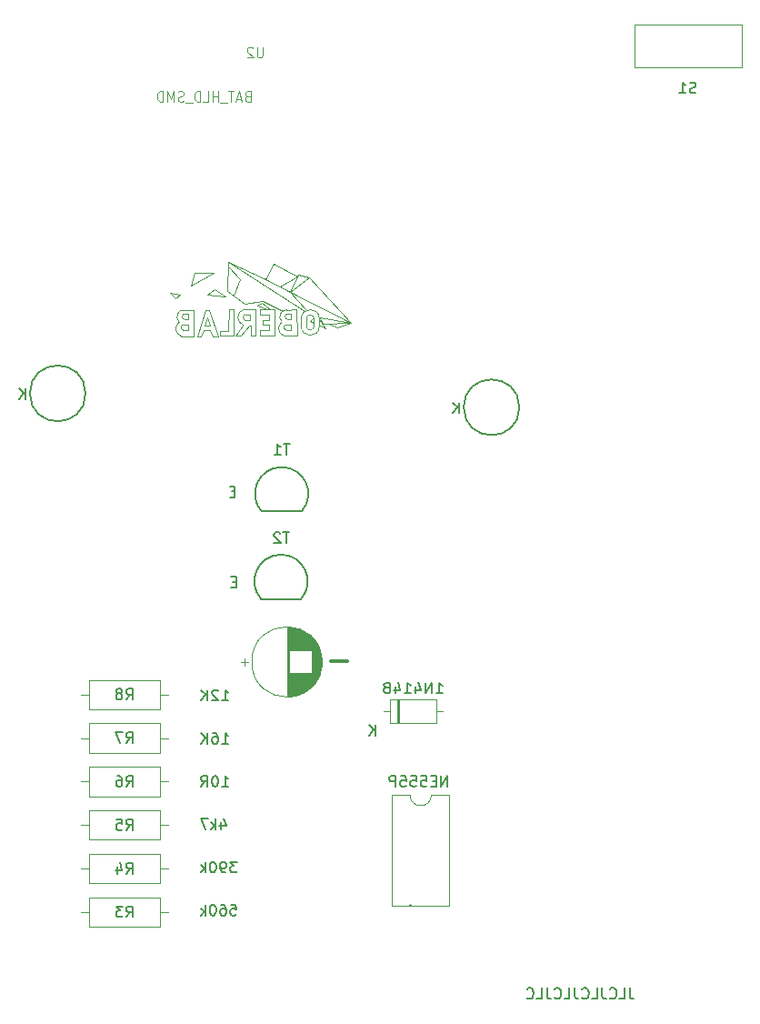
<source format=gbr>
%TF.GenerationSoftware,KiCad,Pcbnew,9.0.6*%
%TF.CreationDate,2025-12-06T15:38:28+01:00*%
%TF.ProjectId,Jumpo,4a756d70-6f2e-46b6-9963-61645f706362,rev?*%
%TF.SameCoordinates,Original*%
%TF.FileFunction,Legend,Bot*%
%TF.FilePolarity,Positive*%
%FSLAX46Y46*%
G04 Gerber Fmt 4.6, Leading zero omitted, Abs format (unit mm)*
G04 Created by KiCad (PCBNEW 9.0.6) date 2025-12-06 15:38:28*
%MOMM*%
%LPD*%
G01*
G04 APERTURE LIST*
%ADD10C,0.150000*%
%ADD11C,0.300000*%
%ADD12C,0.050000*%
%ADD13C,0.120000*%
%ADD14C,0.010000*%
G04 APERTURE END LIST*
D10*
X164177506Y-139269819D02*
X164177506Y-139984104D01*
X164177506Y-139984104D02*
X164225125Y-140126961D01*
X164225125Y-140126961D02*
X164320363Y-140222200D01*
X164320363Y-140222200D02*
X164463220Y-140269819D01*
X164463220Y-140269819D02*
X164558458Y-140269819D01*
X163225125Y-140269819D02*
X163701315Y-140269819D01*
X163701315Y-140269819D02*
X163701315Y-139269819D01*
X162320363Y-140174580D02*
X162367982Y-140222200D01*
X162367982Y-140222200D02*
X162510839Y-140269819D01*
X162510839Y-140269819D02*
X162606077Y-140269819D01*
X162606077Y-140269819D02*
X162748934Y-140222200D01*
X162748934Y-140222200D02*
X162844172Y-140126961D01*
X162844172Y-140126961D02*
X162891791Y-140031723D01*
X162891791Y-140031723D02*
X162939410Y-139841247D01*
X162939410Y-139841247D02*
X162939410Y-139698390D01*
X162939410Y-139698390D02*
X162891791Y-139507914D01*
X162891791Y-139507914D02*
X162844172Y-139412676D01*
X162844172Y-139412676D02*
X162748934Y-139317438D01*
X162748934Y-139317438D02*
X162606077Y-139269819D01*
X162606077Y-139269819D02*
X162510839Y-139269819D01*
X162510839Y-139269819D02*
X162367982Y-139317438D01*
X162367982Y-139317438D02*
X162320363Y-139365057D01*
X161606077Y-139269819D02*
X161606077Y-139984104D01*
X161606077Y-139984104D02*
X161653696Y-140126961D01*
X161653696Y-140126961D02*
X161748934Y-140222200D01*
X161748934Y-140222200D02*
X161891791Y-140269819D01*
X161891791Y-140269819D02*
X161987029Y-140269819D01*
X160653696Y-140269819D02*
X161129886Y-140269819D01*
X161129886Y-140269819D02*
X161129886Y-139269819D01*
X159748934Y-140174580D02*
X159796553Y-140222200D01*
X159796553Y-140222200D02*
X159939410Y-140269819D01*
X159939410Y-140269819D02*
X160034648Y-140269819D01*
X160034648Y-140269819D02*
X160177505Y-140222200D01*
X160177505Y-140222200D02*
X160272743Y-140126961D01*
X160272743Y-140126961D02*
X160320362Y-140031723D01*
X160320362Y-140031723D02*
X160367981Y-139841247D01*
X160367981Y-139841247D02*
X160367981Y-139698390D01*
X160367981Y-139698390D02*
X160320362Y-139507914D01*
X160320362Y-139507914D02*
X160272743Y-139412676D01*
X160272743Y-139412676D02*
X160177505Y-139317438D01*
X160177505Y-139317438D02*
X160034648Y-139269819D01*
X160034648Y-139269819D02*
X159939410Y-139269819D01*
X159939410Y-139269819D02*
X159796553Y-139317438D01*
X159796553Y-139317438D02*
X159748934Y-139365057D01*
X159034648Y-139269819D02*
X159034648Y-139984104D01*
X159034648Y-139984104D02*
X159082267Y-140126961D01*
X159082267Y-140126961D02*
X159177505Y-140222200D01*
X159177505Y-140222200D02*
X159320362Y-140269819D01*
X159320362Y-140269819D02*
X159415600Y-140269819D01*
X158082267Y-140269819D02*
X158558457Y-140269819D01*
X158558457Y-140269819D02*
X158558457Y-139269819D01*
X157177505Y-140174580D02*
X157225124Y-140222200D01*
X157225124Y-140222200D02*
X157367981Y-140269819D01*
X157367981Y-140269819D02*
X157463219Y-140269819D01*
X157463219Y-140269819D02*
X157606076Y-140222200D01*
X157606076Y-140222200D02*
X157701314Y-140126961D01*
X157701314Y-140126961D02*
X157748933Y-140031723D01*
X157748933Y-140031723D02*
X157796552Y-139841247D01*
X157796552Y-139841247D02*
X157796552Y-139698390D01*
X157796552Y-139698390D02*
X157748933Y-139507914D01*
X157748933Y-139507914D02*
X157701314Y-139412676D01*
X157701314Y-139412676D02*
X157606076Y-139317438D01*
X157606076Y-139317438D02*
X157463219Y-139269819D01*
X157463219Y-139269819D02*
X157367981Y-139269819D01*
X157367981Y-139269819D02*
X157225124Y-139317438D01*
X157225124Y-139317438D02*
X157177505Y-139365057D01*
X156463219Y-139269819D02*
X156463219Y-139984104D01*
X156463219Y-139984104D02*
X156510838Y-140126961D01*
X156510838Y-140126961D02*
X156606076Y-140222200D01*
X156606076Y-140222200D02*
X156748933Y-140269819D01*
X156748933Y-140269819D02*
X156844171Y-140269819D01*
X155510838Y-140269819D02*
X155987028Y-140269819D01*
X155987028Y-140269819D02*
X155987028Y-139269819D01*
X154606076Y-140174580D02*
X154653695Y-140222200D01*
X154653695Y-140222200D02*
X154796552Y-140269819D01*
X154796552Y-140269819D02*
X154891790Y-140269819D01*
X154891790Y-140269819D02*
X155034647Y-140222200D01*
X155034647Y-140222200D02*
X155129885Y-140126961D01*
X155129885Y-140126961D02*
X155177504Y-140031723D01*
X155177504Y-140031723D02*
X155225123Y-139841247D01*
X155225123Y-139841247D02*
X155225123Y-139698390D01*
X155225123Y-139698390D02*
X155177504Y-139507914D01*
X155177504Y-139507914D02*
X155129885Y-139412676D01*
X155129885Y-139412676D02*
X155034647Y-139317438D01*
X155034647Y-139317438D02*
X154891790Y-139269819D01*
X154891790Y-139269819D02*
X154796552Y-139269819D01*
X154796552Y-139269819D02*
X154653695Y-139317438D01*
X154653695Y-139317438D02*
X154606076Y-139365057D01*
X113494224Y-83905776D02*
G75*
G02*
X108305776Y-83905776I-2594224J0D01*
G01*
X108305776Y-83905776D02*
G75*
G02*
X113494224Y-83905776I2594224J0D01*
G01*
X153900000Y-85200000D02*
G75*
G02*
X148711552Y-85200000I-2594224J0D01*
G01*
X148711552Y-85200000D02*
G75*
G02*
X153900000Y-85200000I2594224J0D01*
G01*
X129900000Y-94900000D02*
G75*
G02*
X133656526Y-94849755I1856526J1650245D01*
G01*
X129900000Y-94900000D02*
X133600000Y-94900000D01*
X129843474Y-103050245D02*
G75*
G02*
X133600000Y-103000000I1856526J1650245D01*
G01*
X129843474Y-103050245D02*
X133543474Y-103050245D01*
D11*
X137861904Y-108847733D02*
X136338095Y-108847733D01*
D10*
X127414285Y-93031009D02*
X127080952Y-93031009D01*
X126938095Y-93554819D02*
X127414285Y-93554819D01*
X127414285Y-93554819D02*
X127414285Y-92554819D01*
X127414285Y-92554819D02*
X126938095Y-92554819D01*
X127514285Y-101431009D02*
X127180952Y-101431009D01*
X127038095Y-101954819D02*
X127514285Y-101954819D01*
X127514285Y-101954819D02*
X127514285Y-100954819D01*
X127514285Y-100954819D02*
X127038095Y-100954819D01*
X107861904Y-84454819D02*
X107861904Y-83454819D01*
X107290476Y-84454819D02*
X107719047Y-83883390D01*
X107290476Y-83454819D02*
X107861904Y-84026247D01*
X148261904Y-85754819D02*
X148261904Y-84754819D01*
X147690476Y-85754819D02*
X148119047Y-85183390D01*
X147690476Y-84754819D02*
X148261904Y-85326247D01*
X126209524Y-112504819D02*
X126780952Y-112504819D01*
X126495238Y-112504819D02*
X126495238Y-111504819D01*
X126495238Y-111504819D02*
X126590476Y-111647676D01*
X126590476Y-111647676D02*
X126685714Y-111742914D01*
X126685714Y-111742914D02*
X126780952Y-111790533D01*
X125828571Y-111600057D02*
X125780952Y-111552438D01*
X125780952Y-111552438D02*
X125685714Y-111504819D01*
X125685714Y-111504819D02*
X125447619Y-111504819D01*
X125447619Y-111504819D02*
X125352381Y-111552438D01*
X125352381Y-111552438D02*
X125304762Y-111600057D01*
X125304762Y-111600057D02*
X125257143Y-111695295D01*
X125257143Y-111695295D02*
X125257143Y-111790533D01*
X125257143Y-111790533D02*
X125304762Y-111933390D01*
X125304762Y-111933390D02*
X125876190Y-112504819D01*
X125876190Y-112504819D02*
X125257143Y-112504819D01*
X124828571Y-112504819D02*
X124828571Y-111504819D01*
X124257143Y-112504819D02*
X124685714Y-111933390D01*
X124257143Y-111504819D02*
X124828571Y-112076247D01*
X117286666Y-112404819D02*
X117619999Y-111928628D01*
X117858094Y-112404819D02*
X117858094Y-111404819D01*
X117858094Y-111404819D02*
X117477142Y-111404819D01*
X117477142Y-111404819D02*
X117381904Y-111452438D01*
X117381904Y-111452438D02*
X117334285Y-111500057D01*
X117334285Y-111500057D02*
X117286666Y-111595295D01*
X117286666Y-111595295D02*
X117286666Y-111738152D01*
X117286666Y-111738152D02*
X117334285Y-111833390D01*
X117334285Y-111833390D02*
X117381904Y-111881009D01*
X117381904Y-111881009D02*
X117477142Y-111928628D01*
X117477142Y-111928628D02*
X117858094Y-111928628D01*
X116715237Y-111833390D02*
X116810475Y-111785771D01*
X116810475Y-111785771D02*
X116858094Y-111738152D01*
X116858094Y-111738152D02*
X116905713Y-111642914D01*
X116905713Y-111642914D02*
X116905713Y-111595295D01*
X116905713Y-111595295D02*
X116858094Y-111500057D01*
X116858094Y-111500057D02*
X116810475Y-111452438D01*
X116810475Y-111452438D02*
X116715237Y-111404819D01*
X116715237Y-111404819D02*
X116524761Y-111404819D01*
X116524761Y-111404819D02*
X116429523Y-111452438D01*
X116429523Y-111452438D02*
X116381904Y-111500057D01*
X116381904Y-111500057D02*
X116334285Y-111595295D01*
X116334285Y-111595295D02*
X116334285Y-111642914D01*
X116334285Y-111642914D02*
X116381904Y-111738152D01*
X116381904Y-111738152D02*
X116429523Y-111785771D01*
X116429523Y-111785771D02*
X116524761Y-111833390D01*
X116524761Y-111833390D02*
X116715237Y-111833390D01*
X116715237Y-111833390D02*
X116810475Y-111881009D01*
X116810475Y-111881009D02*
X116858094Y-111928628D01*
X116858094Y-111928628D02*
X116905713Y-112023866D01*
X116905713Y-112023866D02*
X116905713Y-112214342D01*
X116905713Y-112214342D02*
X116858094Y-112309580D01*
X116858094Y-112309580D02*
X116810475Y-112357200D01*
X116810475Y-112357200D02*
X116715237Y-112404819D01*
X116715237Y-112404819D02*
X116524761Y-112404819D01*
X116524761Y-112404819D02*
X116429523Y-112357200D01*
X116429523Y-112357200D02*
X116381904Y-112309580D01*
X116381904Y-112309580D02*
X116334285Y-112214342D01*
X116334285Y-112214342D02*
X116334285Y-112023866D01*
X116334285Y-112023866D02*
X116381904Y-111928628D01*
X116381904Y-111928628D02*
X116429523Y-111881009D01*
X116429523Y-111881009D02*
X116524761Y-111833390D01*
X127019047Y-131504819D02*
X127495237Y-131504819D01*
X127495237Y-131504819D02*
X127542856Y-131981009D01*
X127542856Y-131981009D02*
X127495237Y-131933390D01*
X127495237Y-131933390D02*
X127399999Y-131885771D01*
X127399999Y-131885771D02*
X127161904Y-131885771D01*
X127161904Y-131885771D02*
X127066666Y-131933390D01*
X127066666Y-131933390D02*
X127019047Y-131981009D01*
X127019047Y-131981009D02*
X126971428Y-132076247D01*
X126971428Y-132076247D02*
X126971428Y-132314342D01*
X126971428Y-132314342D02*
X127019047Y-132409580D01*
X127019047Y-132409580D02*
X127066666Y-132457200D01*
X127066666Y-132457200D02*
X127161904Y-132504819D01*
X127161904Y-132504819D02*
X127399999Y-132504819D01*
X127399999Y-132504819D02*
X127495237Y-132457200D01*
X127495237Y-132457200D02*
X127542856Y-132409580D01*
X126114285Y-131504819D02*
X126304761Y-131504819D01*
X126304761Y-131504819D02*
X126399999Y-131552438D01*
X126399999Y-131552438D02*
X126447618Y-131600057D01*
X126447618Y-131600057D02*
X126542856Y-131742914D01*
X126542856Y-131742914D02*
X126590475Y-131933390D01*
X126590475Y-131933390D02*
X126590475Y-132314342D01*
X126590475Y-132314342D02*
X126542856Y-132409580D01*
X126542856Y-132409580D02*
X126495237Y-132457200D01*
X126495237Y-132457200D02*
X126399999Y-132504819D01*
X126399999Y-132504819D02*
X126209523Y-132504819D01*
X126209523Y-132504819D02*
X126114285Y-132457200D01*
X126114285Y-132457200D02*
X126066666Y-132409580D01*
X126066666Y-132409580D02*
X126019047Y-132314342D01*
X126019047Y-132314342D02*
X126019047Y-132076247D01*
X126019047Y-132076247D02*
X126066666Y-131981009D01*
X126066666Y-131981009D02*
X126114285Y-131933390D01*
X126114285Y-131933390D02*
X126209523Y-131885771D01*
X126209523Y-131885771D02*
X126399999Y-131885771D01*
X126399999Y-131885771D02*
X126495237Y-131933390D01*
X126495237Y-131933390D02*
X126542856Y-131981009D01*
X126542856Y-131981009D02*
X126590475Y-132076247D01*
X125399999Y-131504819D02*
X125304761Y-131504819D01*
X125304761Y-131504819D02*
X125209523Y-131552438D01*
X125209523Y-131552438D02*
X125161904Y-131600057D01*
X125161904Y-131600057D02*
X125114285Y-131695295D01*
X125114285Y-131695295D02*
X125066666Y-131885771D01*
X125066666Y-131885771D02*
X125066666Y-132123866D01*
X125066666Y-132123866D02*
X125114285Y-132314342D01*
X125114285Y-132314342D02*
X125161904Y-132409580D01*
X125161904Y-132409580D02*
X125209523Y-132457200D01*
X125209523Y-132457200D02*
X125304761Y-132504819D01*
X125304761Y-132504819D02*
X125399999Y-132504819D01*
X125399999Y-132504819D02*
X125495237Y-132457200D01*
X125495237Y-132457200D02*
X125542856Y-132409580D01*
X125542856Y-132409580D02*
X125590475Y-132314342D01*
X125590475Y-132314342D02*
X125638094Y-132123866D01*
X125638094Y-132123866D02*
X125638094Y-131885771D01*
X125638094Y-131885771D02*
X125590475Y-131695295D01*
X125590475Y-131695295D02*
X125542856Y-131600057D01*
X125542856Y-131600057D02*
X125495237Y-131552438D01*
X125495237Y-131552438D02*
X125399999Y-131504819D01*
X124638094Y-132504819D02*
X124638094Y-131504819D01*
X124542856Y-132123866D02*
X124257142Y-132504819D01*
X124257142Y-131838152D02*
X124638094Y-132219104D01*
X117286666Y-132654819D02*
X117619999Y-132178628D01*
X117858094Y-132654819D02*
X117858094Y-131654819D01*
X117858094Y-131654819D02*
X117477142Y-131654819D01*
X117477142Y-131654819D02*
X117381904Y-131702438D01*
X117381904Y-131702438D02*
X117334285Y-131750057D01*
X117334285Y-131750057D02*
X117286666Y-131845295D01*
X117286666Y-131845295D02*
X117286666Y-131988152D01*
X117286666Y-131988152D02*
X117334285Y-132083390D01*
X117334285Y-132083390D02*
X117381904Y-132131009D01*
X117381904Y-132131009D02*
X117477142Y-132178628D01*
X117477142Y-132178628D02*
X117858094Y-132178628D01*
X116953332Y-131654819D02*
X116334285Y-131654819D01*
X116334285Y-131654819D02*
X116667618Y-132035771D01*
X116667618Y-132035771D02*
X116524761Y-132035771D01*
X116524761Y-132035771D02*
X116429523Y-132083390D01*
X116429523Y-132083390D02*
X116381904Y-132131009D01*
X116381904Y-132131009D02*
X116334285Y-132226247D01*
X116334285Y-132226247D02*
X116334285Y-132464342D01*
X116334285Y-132464342D02*
X116381904Y-132559580D01*
X116381904Y-132559580D02*
X116429523Y-132607200D01*
X116429523Y-132607200D02*
X116524761Y-132654819D01*
X116524761Y-132654819D02*
X116810475Y-132654819D01*
X116810475Y-132654819D02*
X116905713Y-132607200D01*
X116905713Y-132607200D02*
X116953332Y-132559580D01*
D12*
X129969714Y-51644019D02*
X129969714Y-52453542D01*
X129969714Y-52453542D02*
X129926857Y-52548780D01*
X129926857Y-52548780D02*
X129884000Y-52596400D01*
X129884000Y-52596400D02*
X129798285Y-52644019D01*
X129798285Y-52644019D02*
X129626857Y-52644019D01*
X129626857Y-52644019D02*
X129541142Y-52596400D01*
X129541142Y-52596400D02*
X129498285Y-52548780D01*
X129498285Y-52548780D02*
X129455428Y-52453542D01*
X129455428Y-52453542D02*
X129455428Y-51644019D01*
X129069714Y-51739257D02*
X129026857Y-51691638D01*
X129026857Y-51691638D02*
X128941143Y-51644019D01*
X128941143Y-51644019D02*
X128726857Y-51644019D01*
X128726857Y-51644019D02*
X128641143Y-51691638D01*
X128641143Y-51691638D02*
X128598285Y-51739257D01*
X128598285Y-51739257D02*
X128555428Y-51834495D01*
X128555428Y-51834495D02*
X128555428Y-51929733D01*
X128555428Y-51929733D02*
X128598285Y-52072590D01*
X128598285Y-52072590D02*
X129112571Y-52644019D01*
X129112571Y-52644019D02*
X128555428Y-52644019D01*
X128562570Y-56240209D02*
X128433998Y-56287828D01*
X128433998Y-56287828D02*
X128391141Y-56335447D01*
X128391141Y-56335447D02*
X128348284Y-56430685D01*
X128348284Y-56430685D02*
X128348284Y-56573542D01*
X128348284Y-56573542D02*
X128391141Y-56668780D01*
X128391141Y-56668780D02*
X128433998Y-56716400D01*
X128433998Y-56716400D02*
X128519713Y-56764019D01*
X128519713Y-56764019D02*
X128862570Y-56764019D01*
X128862570Y-56764019D02*
X128862570Y-55764019D01*
X128862570Y-55764019D02*
X128562570Y-55764019D01*
X128562570Y-55764019D02*
X128476856Y-55811638D01*
X128476856Y-55811638D02*
X128433998Y-55859257D01*
X128433998Y-55859257D02*
X128391141Y-55954495D01*
X128391141Y-55954495D02*
X128391141Y-56049733D01*
X128391141Y-56049733D02*
X128433998Y-56144971D01*
X128433998Y-56144971D02*
X128476856Y-56192590D01*
X128476856Y-56192590D02*
X128562570Y-56240209D01*
X128562570Y-56240209D02*
X128862570Y-56240209D01*
X128005427Y-56478304D02*
X127576856Y-56478304D01*
X128091141Y-56764019D02*
X127791141Y-55764019D01*
X127791141Y-55764019D02*
X127491141Y-56764019D01*
X127319712Y-55764019D02*
X126805427Y-55764019D01*
X127062569Y-56764019D02*
X127062569Y-55764019D01*
X126719713Y-56859257D02*
X126033998Y-56859257D01*
X125819713Y-56764019D02*
X125819713Y-55764019D01*
X125819713Y-56240209D02*
X125305427Y-56240209D01*
X125305427Y-56764019D02*
X125305427Y-55764019D01*
X124448284Y-56764019D02*
X124876856Y-56764019D01*
X124876856Y-56764019D02*
X124876856Y-55764019D01*
X124148285Y-56764019D02*
X124148285Y-55764019D01*
X124148285Y-55764019D02*
X123933999Y-55764019D01*
X123933999Y-55764019D02*
X123805428Y-55811638D01*
X123805428Y-55811638D02*
X123719713Y-55906876D01*
X123719713Y-55906876D02*
X123676856Y-56002114D01*
X123676856Y-56002114D02*
X123633999Y-56192590D01*
X123633999Y-56192590D02*
X123633999Y-56335447D01*
X123633999Y-56335447D02*
X123676856Y-56525923D01*
X123676856Y-56525923D02*
X123719713Y-56621161D01*
X123719713Y-56621161D02*
X123805428Y-56716400D01*
X123805428Y-56716400D02*
X123933999Y-56764019D01*
X123933999Y-56764019D02*
X124148285Y-56764019D01*
X123462571Y-56859257D02*
X122776856Y-56859257D01*
X122605428Y-56716400D02*
X122476857Y-56764019D01*
X122476857Y-56764019D02*
X122262571Y-56764019D01*
X122262571Y-56764019D02*
X122176857Y-56716400D01*
X122176857Y-56716400D02*
X122133999Y-56668780D01*
X122133999Y-56668780D02*
X122091142Y-56573542D01*
X122091142Y-56573542D02*
X122091142Y-56478304D01*
X122091142Y-56478304D02*
X122133999Y-56383066D01*
X122133999Y-56383066D02*
X122176857Y-56335447D01*
X122176857Y-56335447D02*
X122262571Y-56287828D01*
X122262571Y-56287828D02*
X122433999Y-56240209D01*
X122433999Y-56240209D02*
X122519714Y-56192590D01*
X122519714Y-56192590D02*
X122562571Y-56144971D01*
X122562571Y-56144971D02*
X122605428Y-56049733D01*
X122605428Y-56049733D02*
X122605428Y-55954495D01*
X122605428Y-55954495D02*
X122562571Y-55859257D01*
X122562571Y-55859257D02*
X122519714Y-55811638D01*
X122519714Y-55811638D02*
X122433999Y-55764019D01*
X122433999Y-55764019D02*
X122219714Y-55764019D01*
X122219714Y-55764019D02*
X122091142Y-55811638D01*
X121705428Y-56764019D02*
X121705428Y-55764019D01*
X121705428Y-55764019D02*
X121405428Y-56478304D01*
X121405428Y-56478304D02*
X121105428Y-55764019D01*
X121105428Y-55764019D02*
X121105428Y-56764019D01*
X120676857Y-56764019D02*
X120676857Y-55764019D01*
X120676857Y-55764019D02*
X120462571Y-55764019D01*
X120462571Y-55764019D02*
X120334000Y-55811638D01*
X120334000Y-55811638D02*
X120248285Y-55906876D01*
X120248285Y-55906876D02*
X120205428Y-56002114D01*
X120205428Y-56002114D02*
X120162571Y-56192590D01*
X120162571Y-56192590D02*
X120162571Y-56335447D01*
X120162571Y-56335447D02*
X120205428Y-56525923D01*
X120205428Y-56525923D02*
X120248285Y-56621161D01*
X120248285Y-56621161D02*
X120334000Y-56716400D01*
X120334000Y-56716400D02*
X120462571Y-56764019D01*
X120462571Y-56764019D02*
X120676857Y-56764019D01*
D10*
X147176666Y-120514819D02*
X147176666Y-119514819D01*
X147176666Y-119514819D02*
X146605238Y-120514819D01*
X146605238Y-120514819D02*
X146605238Y-119514819D01*
X146129047Y-119991009D02*
X145795714Y-119991009D01*
X145652857Y-120514819D02*
X146129047Y-120514819D01*
X146129047Y-120514819D02*
X146129047Y-119514819D01*
X146129047Y-119514819D02*
X145652857Y-119514819D01*
X144748095Y-119514819D02*
X145224285Y-119514819D01*
X145224285Y-119514819D02*
X145271904Y-119991009D01*
X145271904Y-119991009D02*
X145224285Y-119943390D01*
X145224285Y-119943390D02*
X145129047Y-119895771D01*
X145129047Y-119895771D02*
X144890952Y-119895771D01*
X144890952Y-119895771D02*
X144795714Y-119943390D01*
X144795714Y-119943390D02*
X144748095Y-119991009D01*
X144748095Y-119991009D02*
X144700476Y-120086247D01*
X144700476Y-120086247D02*
X144700476Y-120324342D01*
X144700476Y-120324342D02*
X144748095Y-120419580D01*
X144748095Y-120419580D02*
X144795714Y-120467200D01*
X144795714Y-120467200D02*
X144890952Y-120514819D01*
X144890952Y-120514819D02*
X145129047Y-120514819D01*
X145129047Y-120514819D02*
X145224285Y-120467200D01*
X145224285Y-120467200D02*
X145271904Y-120419580D01*
X143795714Y-119514819D02*
X144271904Y-119514819D01*
X144271904Y-119514819D02*
X144319523Y-119991009D01*
X144319523Y-119991009D02*
X144271904Y-119943390D01*
X144271904Y-119943390D02*
X144176666Y-119895771D01*
X144176666Y-119895771D02*
X143938571Y-119895771D01*
X143938571Y-119895771D02*
X143843333Y-119943390D01*
X143843333Y-119943390D02*
X143795714Y-119991009D01*
X143795714Y-119991009D02*
X143748095Y-120086247D01*
X143748095Y-120086247D02*
X143748095Y-120324342D01*
X143748095Y-120324342D02*
X143795714Y-120419580D01*
X143795714Y-120419580D02*
X143843333Y-120467200D01*
X143843333Y-120467200D02*
X143938571Y-120514819D01*
X143938571Y-120514819D02*
X144176666Y-120514819D01*
X144176666Y-120514819D02*
X144271904Y-120467200D01*
X144271904Y-120467200D02*
X144319523Y-120419580D01*
X142843333Y-119514819D02*
X143319523Y-119514819D01*
X143319523Y-119514819D02*
X143367142Y-119991009D01*
X143367142Y-119991009D02*
X143319523Y-119943390D01*
X143319523Y-119943390D02*
X143224285Y-119895771D01*
X143224285Y-119895771D02*
X142986190Y-119895771D01*
X142986190Y-119895771D02*
X142890952Y-119943390D01*
X142890952Y-119943390D02*
X142843333Y-119991009D01*
X142843333Y-119991009D02*
X142795714Y-120086247D01*
X142795714Y-120086247D02*
X142795714Y-120324342D01*
X142795714Y-120324342D02*
X142843333Y-120419580D01*
X142843333Y-120419580D02*
X142890952Y-120467200D01*
X142890952Y-120467200D02*
X142986190Y-120514819D01*
X142986190Y-120514819D02*
X143224285Y-120514819D01*
X143224285Y-120514819D02*
X143319523Y-120467200D01*
X143319523Y-120467200D02*
X143367142Y-120419580D01*
X142367142Y-120514819D02*
X142367142Y-119514819D01*
X142367142Y-119514819D02*
X141986190Y-119514819D01*
X141986190Y-119514819D02*
X141890952Y-119562438D01*
X141890952Y-119562438D02*
X141843333Y-119610057D01*
X141843333Y-119610057D02*
X141795714Y-119705295D01*
X141795714Y-119705295D02*
X141795714Y-119848152D01*
X141795714Y-119848152D02*
X141843333Y-119943390D01*
X141843333Y-119943390D02*
X141890952Y-119991009D01*
X141890952Y-119991009D02*
X141986190Y-120038628D01*
X141986190Y-120038628D02*
X142367142Y-120038628D01*
X170321904Y-55907200D02*
X170179047Y-55954819D01*
X170179047Y-55954819D02*
X169940952Y-55954819D01*
X169940952Y-55954819D02*
X169845714Y-55907200D01*
X169845714Y-55907200D02*
X169798095Y-55859580D01*
X169798095Y-55859580D02*
X169750476Y-55764342D01*
X169750476Y-55764342D02*
X169750476Y-55669104D01*
X169750476Y-55669104D02*
X169798095Y-55573866D01*
X169798095Y-55573866D02*
X169845714Y-55526247D01*
X169845714Y-55526247D02*
X169940952Y-55478628D01*
X169940952Y-55478628D02*
X170131428Y-55431009D01*
X170131428Y-55431009D02*
X170226666Y-55383390D01*
X170226666Y-55383390D02*
X170274285Y-55335771D01*
X170274285Y-55335771D02*
X170321904Y-55240533D01*
X170321904Y-55240533D02*
X170321904Y-55145295D01*
X170321904Y-55145295D02*
X170274285Y-55050057D01*
X170274285Y-55050057D02*
X170226666Y-55002438D01*
X170226666Y-55002438D02*
X170131428Y-54954819D01*
X170131428Y-54954819D02*
X169893333Y-54954819D01*
X169893333Y-54954819D02*
X169750476Y-55002438D01*
X168798095Y-55954819D02*
X169369523Y-55954819D01*
X169083809Y-55954819D02*
X169083809Y-54954819D01*
X169083809Y-54954819D02*
X169179047Y-55097676D01*
X169179047Y-55097676D02*
X169274285Y-55192914D01*
X169274285Y-55192914D02*
X169369523Y-55240533D01*
X126209524Y-116504819D02*
X126780952Y-116504819D01*
X126495238Y-116504819D02*
X126495238Y-115504819D01*
X126495238Y-115504819D02*
X126590476Y-115647676D01*
X126590476Y-115647676D02*
X126685714Y-115742914D01*
X126685714Y-115742914D02*
X126780952Y-115790533D01*
X125352381Y-115504819D02*
X125542857Y-115504819D01*
X125542857Y-115504819D02*
X125638095Y-115552438D01*
X125638095Y-115552438D02*
X125685714Y-115600057D01*
X125685714Y-115600057D02*
X125780952Y-115742914D01*
X125780952Y-115742914D02*
X125828571Y-115933390D01*
X125828571Y-115933390D02*
X125828571Y-116314342D01*
X125828571Y-116314342D02*
X125780952Y-116409580D01*
X125780952Y-116409580D02*
X125733333Y-116457200D01*
X125733333Y-116457200D02*
X125638095Y-116504819D01*
X125638095Y-116504819D02*
X125447619Y-116504819D01*
X125447619Y-116504819D02*
X125352381Y-116457200D01*
X125352381Y-116457200D02*
X125304762Y-116409580D01*
X125304762Y-116409580D02*
X125257143Y-116314342D01*
X125257143Y-116314342D02*
X125257143Y-116076247D01*
X125257143Y-116076247D02*
X125304762Y-115981009D01*
X125304762Y-115981009D02*
X125352381Y-115933390D01*
X125352381Y-115933390D02*
X125447619Y-115885771D01*
X125447619Y-115885771D02*
X125638095Y-115885771D01*
X125638095Y-115885771D02*
X125733333Y-115933390D01*
X125733333Y-115933390D02*
X125780952Y-115981009D01*
X125780952Y-115981009D02*
X125828571Y-116076247D01*
X124828571Y-116504819D02*
X124828571Y-115504819D01*
X124257143Y-116504819D02*
X124685714Y-115933390D01*
X124257143Y-115504819D02*
X124828571Y-116076247D01*
X117286666Y-116454819D02*
X117619999Y-115978628D01*
X117858094Y-116454819D02*
X117858094Y-115454819D01*
X117858094Y-115454819D02*
X117477142Y-115454819D01*
X117477142Y-115454819D02*
X117381904Y-115502438D01*
X117381904Y-115502438D02*
X117334285Y-115550057D01*
X117334285Y-115550057D02*
X117286666Y-115645295D01*
X117286666Y-115645295D02*
X117286666Y-115788152D01*
X117286666Y-115788152D02*
X117334285Y-115883390D01*
X117334285Y-115883390D02*
X117381904Y-115931009D01*
X117381904Y-115931009D02*
X117477142Y-115978628D01*
X117477142Y-115978628D02*
X117858094Y-115978628D01*
X116953332Y-115454819D02*
X116286666Y-115454819D01*
X116286666Y-115454819D02*
X116715237Y-116454819D01*
X126209524Y-120504819D02*
X126780952Y-120504819D01*
X126495238Y-120504819D02*
X126495238Y-119504819D01*
X126495238Y-119504819D02*
X126590476Y-119647676D01*
X126590476Y-119647676D02*
X126685714Y-119742914D01*
X126685714Y-119742914D02*
X126780952Y-119790533D01*
X125590476Y-119504819D02*
X125495238Y-119504819D01*
X125495238Y-119504819D02*
X125400000Y-119552438D01*
X125400000Y-119552438D02*
X125352381Y-119600057D01*
X125352381Y-119600057D02*
X125304762Y-119695295D01*
X125304762Y-119695295D02*
X125257143Y-119885771D01*
X125257143Y-119885771D02*
X125257143Y-120123866D01*
X125257143Y-120123866D02*
X125304762Y-120314342D01*
X125304762Y-120314342D02*
X125352381Y-120409580D01*
X125352381Y-120409580D02*
X125400000Y-120457200D01*
X125400000Y-120457200D02*
X125495238Y-120504819D01*
X125495238Y-120504819D02*
X125590476Y-120504819D01*
X125590476Y-120504819D02*
X125685714Y-120457200D01*
X125685714Y-120457200D02*
X125733333Y-120409580D01*
X125733333Y-120409580D02*
X125780952Y-120314342D01*
X125780952Y-120314342D02*
X125828571Y-120123866D01*
X125828571Y-120123866D02*
X125828571Y-119885771D01*
X125828571Y-119885771D02*
X125780952Y-119695295D01*
X125780952Y-119695295D02*
X125733333Y-119600057D01*
X125733333Y-119600057D02*
X125685714Y-119552438D01*
X125685714Y-119552438D02*
X125590476Y-119504819D01*
X124257143Y-120504819D02*
X124590476Y-120028628D01*
X124828571Y-120504819D02*
X124828571Y-119504819D01*
X124828571Y-119504819D02*
X124447619Y-119504819D01*
X124447619Y-119504819D02*
X124352381Y-119552438D01*
X124352381Y-119552438D02*
X124304762Y-119600057D01*
X124304762Y-119600057D02*
X124257143Y-119695295D01*
X124257143Y-119695295D02*
X124257143Y-119838152D01*
X124257143Y-119838152D02*
X124304762Y-119933390D01*
X124304762Y-119933390D02*
X124352381Y-119981009D01*
X124352381Y-119981009D02*
X124447619Y-120028628D01*
X124447619Y-120028628D02*
X124828571Y-120028628D01*
X117286666Y-120504819D02*
X117619999Y-120028628D01*
X117858094Y-120504819D02*
X117858094Y-119504819D01*
X117858094Y-119504819D02*
X117477142Y-119504819D01*
X117477142Y-119504819D02*
X117381904Y-119552438D01*
X117381904Y-119552438D02*
X117334285Y-119600057D01*
X117334285Y-119600057D02*
X117286666Y-119695295D01*
X117286666Y-119695295D02*
X117286666Y-119838152D01*
X117286666Y-119838152D02*
X117334285Y-119933390D01*
X117334285Y-119933390D02*
X117381904Y-119981009D01*
X117381904Y-119981009D02*
X117477142Y-120028628D01*
X117477142Y-120028628D02*
X117858094Y-120028628D01*
X116429523Y-119504819D02*
X116619999Y-119504819D01*
X116619999Y-119504819D02*
X116715237Y-119552438D01*
X116715237Y-119552438D02*
X116762856Y-119600057D01*
X116762856Y-119600057D02*
X116858094Y-119742914D01*
X116858094Y-119742914D02*
X116905713Y-119933390D01*
X116905713Y-119933390D02*
X116905713Y-120314342D01*
X116905713Y-120314342D02*
X116858094Y-120409580D01*
X116858094Y-120409580D02*
X116810475Y-120457200D01*
X116810475Y-120457200D02*
X116715237Y-120504819D01*
X116715237Y-120504819D02*
X116524761Y-120504819D01*
X116524761Y-120504819D02*
X116429523Y-120457200D01*
X116429523Y-120457200D02*
X116381904Y-120409580D01*
X116381904Y-120409580D02*
X116334285Y-120314342D01*
X116334285Y-120314342D02*
X116334285Y-120076247D01*
X116334285Y-120076247D02*
X116381904Y-119981009D01*
X116381904Y-119981009D02*
X116429523Y-119933390D01*
X116429523Y-119933390D02*
X116524761Y-119885771D01*
X116524761Y-119885771D02*
X116715237Y-119885771D01*
X116715237Y-119885771D02*
X116810475Y-119933390D01*
X116810475Y-119933390D02*
X116858094Y-119981009D01*
X116858094Y-119981009D02*
X116905713Y-120076247D01*
X126114286Y-123838152D02*
X126114286Y-124504819D01*
X126352381Y-123457200D02*
X126590476Y-124171485D01*
X126590476Y-124171485D02*
X125971429Y-124171485D01*
X125590476Y-124504819D02*
X125590476Y-123504819D01*
X125495238Y-124123866D02*
X125209524Y-124504819D01*
X125209524Y-123838152D02*
X125590476Y-124219104D01*
X124876190Y-123504819D02*
X124209524Y-123504819D01*
X124209524Y-123504819D02*
X124638095Y-124504819D01*
X117286666Y-124554819D02*
X117619999Y-124078628D01*
X117858094Y-124554819D02*
X117858094Y-123554819D01*
X117858094Y-123554819D02*
X117477142Y-123554819D01*
X117477142Y-123554819D02*
X117381904Y-123602438D01*
X117381904Y-123602438D02*
X117334285Y-123650057D01*
X117334285Y-123650057D02*
X117286666Y-123745295D01*
X117286666Y-123745295D02*
X117286666Y-123888152D01*
X117286666Y-123888152D02*
X117334285Y-123983390D01*
X117334285Y-123983390D02*
X117381904Y-124031009D01*
X117381904Y-124031009D02*
X117477142Y-124078628D01*
X117477142Y-124078628D02*
X117858094Y-124078628D01*
X116381904Y-123554819D02*
X116858094Y-123554819D01*
X116858094Y-123554819D02*
X116905713Y-124031009D01*
X116905713Y-124031009D02*
X116858094Y-123983390D01*
X116858094Y-123983390D02*
X116762856Y-123935771D01*
X116762856Y-123935771D02*
X116524761Y-123935771D01*
X116524761Y-123935771D02*
X116429523Y-123983390D01*
X116429523Y-123983390D02*
X116381904Y-124031009D01*
X116381904Y-124031009D02*
X116334285Y-124126247D01*
X116334285Y-124126247D02*
X116334285Y-124364342D01*
X116334285Y-124364342D02*
X116381904Y-124459580D01*
X116381904Y-124459580D02*
X116429523Y-124507200D01*
X116429523Y-124507200D02*
X116524761Y-124554819D01*
X116524761Y-124554819D02*
X116762856Y-124554819D01*
X116762856Y-124554819D02*
X116858094Y-124507200D01*
X116858094Y-124507200D02*
X116905713Y-124459580D01*
X127590475Y-127504819D02*
X126971428Y-127504819D01*
X126971428Y-127504819D02*
X127304761Y-127885771D01*
X127304761Y-127885771D02*
X127161904Y-127885771D01*
X127161904Y-127885771D02*
X127066666Y-127933390D01*
X127066666Y-127933390D02*
X127019047Y-127981009D01*
X127019047Y-127981009D02*
X126971428Y-128076247D01*
X126971428Y-128076247D02*
X126971428Y-128314342D01*
X126971428Y-128314342D02*
X127019047Y-128409580D01*
X127019047Y-128409580D02*
X127066666Y-128457200D01*
X127066666Y-128457200D02*
X127161904Y-128504819D01*
X127161904Y-128504819D02*
X127447618Y-128504819D01*
X127447618Y-128504819D02*
X127542856Y-128457200D01*
X127542856Y-128457200D02*
X127590475Y-128409580D01*
X126495237Y-128504819D02*
X126304761Y-128504819D01*
X126304761Y-128504819D02*
X126209523Y-128457200D01*
X126209523Y-128457200D02*
X126161904Y-128409580D01*
X126161904Y-128409580D02*
X126066666Y-128266723D01*
X126066666Y-128266723D02*
X126019047Y-128076247D01*
X126019047Y-128076247D02*
X126019047Y-127695295D01*
X126019047Y-127695295D02*
X126066666Y-127600057D01*
X126066666Y-127600057D02*
X126114285Y-127552438D01*
X126114285Y-127552438D02*
X126209523Y-127504819D01*
X126209523Y-127504819D02*
X126399999Y-127504819D01*
X126399999Y-127504819D02*
X126495237Y-127552438D01*
X126495237Y-127552438D02*
X126542856Y-127600057D01*
X126542856Y-127600057D02*
X126590475Y-127695295D01*
X126590475Y-127695295D02*
X126590475Y-127933390D01*
X126590475Y-127933390D02*
X126542856Y-128028628D01*
X126542856Y-128028628D02*
X126495237Y-128076247D01*
X126495237Y-128076247D02*
X126399999Y-128123866D01*
X126399999Y-128123866D02*
X126209523Y-128123866D01*
X126209523Y-128123866D02*
X126114285Y-128076247D01*
X126114285Y-128076247D02*
X126066666Y-128028628D01*
X126066666Y-128028628D02*
X126019047Y-127933390D01*
X125399999Y-127504819D02*
X125304761Y-127504819D01*
X125304761Y-127504819D02*
X125209523Y-127552438D01*
X125209523Y-127552438D02*
X125161904Y-127600057D01*
X125161904Y-127600057D02*
X125114285Y-127695295D01*
X125114285Y-127695295D02*
X125066666Y-127885771D01*
X125066666Y-127885771D02*
X125066666Y-128123866D01*
X125066666Y-128123866D02*
X125114285Y-128314342D01*
X125114285Y-128314342D02*
X125161904Y-128409580D01*
X125161904Y-128409580D02*
X125209523Y-128457200D01*
X125209523Y-128457200D02*
X125304761Y-128504819D01*
X125304761Y-128504819D02*
X125399999Y-128504819D01*
X125399999Y-128504819D02*
X125495237Y-128457200D01*
X125495237Y-128457200D02*
X125542856Y-128409580D01*
X125542856Y-128409580D02*
X125590475Y-128314342D01*
X125590475Y-128314342D02*
X125638094Y-128123866D01*
X125638094Y-128123866D02*
X125638094Y-127885771D01*
X125638094Y-127885771D02*
X125590475Y-127695295D01*
X125590475Y-127695295D02*
X125542856Y-127600057D01*
X125542856Y-127600057D02*
X125495237Y-127552438D01*
X125495237Y-127552438D02*
X125399999Y-127504819D01*
X124638094Y-128504819D02*
X124638094Y-127504819D01*
X124542856Y-128123866D02*
X124257142Y-128504819D01*
X124257142Y-127838152D02*
X124638094Y-128219104D01*
X117286666Y-128604819D02*
X117619999Y-128128628D01*
X117858094Y-128604819D02*
X117858094Y-127604819D01*
X117858094Y-127604819D02*
X117477142Y-127604819D01*
X117477142Y-127604819D02*
X117381904Y-127652438D01*
X117381904Y-127652438D02*
X117334285Y-127700057D01*
X117334285Y-127700057D02*
X117286666Y-127795295D01*
X117286666Y-127795295D02*
X117286666Y-127938152D01*
X117286666Y-127938152D02*
X117334285Y-128033390D01*
X117334285Y-128033390D02*
X117381904Y-128081009D01*
X117381904Y-128081009D02*
X117477142Y-128128628D01*
X117477142Y-128128628D02*
X117858094Y-128128628D01*
X116429523Y-127938152D02*
X116429523Y-128604819D01*
X116667618Y-127557200D02*
X116905713Y-128271485D01*
X116905713Y-128271485D02*
X116286666Y-128271485D01*
X132471904Y-96844819D02*
X131900476Y-96844819D01*
X132186190Y-97844819D02*
X132186190Y-96844819D01*
X131614761Y-96940057D02*
X131567142Y-96892438D01*
X131567142Y-96892438D02*
X131471904Y-96844819D01*
X131471904Y-96844819D02*
X131233809Y-96844819D01*
X131233809Y-96844819D02*
X131138571Y-96892438D01*
X131138571Y-96892438D02*
X131090952Y-96940057D01*
X131090952Y-96940057D02*
X131043333Y-97035295D01*
X131043333Y-97035295D02*
X131043333Y-97130533D01*
X131043333Y-97130533D02*
X131090952Y-97273390D01*
X131090952Y-97273390D02*
X131662380Y-97844819D01*
X131662380Y-97844819D02*
X131043333Y-97844819D01*
X132511904Y-88604819D02*
X131940476Y-88604819D01*
X132226190Y-89604819D02*
X132226190Y-88604819D01*
X131083333Y-89604819D02*
X131654761Y-89604819D01*
X131369047Y-89604819D02*
X131369047Y-88604819D01*
X131369047Y-88604819D02*
X131464285Y-88747676D01*
X131464285Y-88747676D02*
X131559523Y-88842914D01*
X131559523Y-88842914D02*
X131654761Y-88890533D01*
X146152857Y-111834819D02*
X146724285Y-111834819D01*
X146438571Y-111834819D02*
X146438571Y-110834819D01*
X146438571Y-110834819D02*
X146533809Y-110977676D01*
X146533809Y-110977676D02*
X146629047Y-111072914D01*
X146629047Y-111072914D02*
X146724285Y-111120533D01*
X145724285Y-111834819D02*
X145724285Y-110834819D01*
X145724285Y-110834819D02*
X145152857Y-111834819D01*
X145152857Y-111834819D02*
X145152857Y-110834819D01*
X144248095Y-111168152D02*
X144248095Y-111834819D01*
X144486190Y-110787200D02*
X144724285Y-111501485D01*
X144724285Y-111501485D02*
X144105238Y-111501485D01*
X143200476Y-111834819D02*
X143771904Y-111834819D01*
X143486190Y-111834819D02*
X143486190Y-110834819D01*
X143486190Y-110834819D02*
X143581428Y-110977676D01*
X143581428Y-110977676D02*
X143676666Y-111072914D01*
X143676666Y-111072914D02*
X143771904Y-111120533D01*
X142343333Y-111168152D02*
X142343333Y-111834819D01*
X142581428Y-110787200D02*
X142819523Y-111501485D01*
X142819523Y-111501485D02*
X142200476Y-111501485D01*
X141676666Y-111263390D02*
X141771904Y-111215771D01*
X141771904Y-111215771D02*
X141819523Y-111168152D01*
X141819523Y-111168152D02*
X141867142Y-111072914D01*
X141867142Y-111072914D02*
X141867142Y-111025295D01*
X141867142Y-111025295D02*
X141819523Y-110930057D01*
X141819523Y-110930057D02*
X141771904Y-110882438D01*
X141771904Y-110882438D02*
X141676666Y-110834819D01*
X141676666Y-110834819D02*
X141486190Y-110834819D01*
X141486190Y-110834819D02*
X141390952Y-110882438D01*
X141390952Y-110882438D02*
X141343333Y-110930057D01*
X141343333Y-110930057D02*
X141295714Y-111025295D01*
X141295714Y-111025295D02*
X141295714Y-111072914D01*
X141295714Y-111072914D02*
X141343333Y-111168152D01*
X141343333Y-111168152D02*
X141390952Y-111215771D01*
X141390952Y-111215771D02*
X141486190Y-111263390D01*
X141486190Y-111263390D02*
X141676666Y-111263390D01*
X141676666Y-111263390D02*
X141771904Y-111311009D01*
X141771904Y-111311009D02*
X141819523Y-111358628D01*
X141819523Y-111358628D02*
X141867142Y-111453866D01*
X141867142Y-111453866D02*
X141867142Y-111644342D01*
X141867142Y-111644342D02*
X141819523Y-111739580D01*
X141819523Y-111739580D02*
X141771904Y-111787200D01*
X141771904Y-111787200D02*
X141676666Y-111834819D01*
X141676666Y-111834819D02*
X141486190Y-111834819D01*
X141486190Y-111834819D02*
X141390952Y-111787200D01*
X141390952Y-111787200D02*
X141343333Y-111739580D01*
X141343333Y-111739580D02*
X141295714Y-111644342D01*
X141295714Y-111644342D02*
X141295714Y-111453866D01*
X141295714Y-111453866D02*
X141343333Y-111358628D01*
X141343333Y-111358628D02*
X141390952Y-111311009D01*
X141390952Y-111311009D02*
X141486190Y-111263390D01*
X140461904Y-115754819D02*
X140461904Y-114754819D01*
X139890476Y-115754819D02*
X140319047Y-115183390D01*
X139890476Y-114754819D02*
X140461904Y-115326247D01*
D12*
%TO.C,G\u002A\u002A\u002A*%
X131000000Y-71875000D02*
X133200000Y-73050000D01*
X133200000Y-73050000D02*
X131625000Y-73950000D01*
X138225000Y-77300000D02*
X136900000Y-77775000D01*
X135325000Y-76825000D02*
X135550000Y-77450000D01*
X135550000Y-77450000D02*
X138225000Y-77300000D01*
X130000000Y-75300000D02*
X131825000Y-76200000D01*
X128325000Y-75525000D02*
X130000000Y-75300000D01*
X126700000Y-74400000D02*
X128325000Y-75525000D01*
X138225000Y-77300000D02*
X134325000Y-73125000D01*
X138225000Y-77300000D02*
X135325000Y-76825000D01*
D13*
X128375000Y-76550000D02*
X128825000Y-76550000D01*
D12*
X129875000Y-75475000D02*
X129475000Y-75750000D01*
X130650000Y-76075000D02*
X129875000Y-75475000D01*
D13*
X129325000Y-76100000D02*
X129325000Y-78550000D01*
X132625000Y-78000000D02*
X132175000Y-78000000D01*
X133125000Y-76100000D02*
X133175000Y-78550000D01*
D12*
X134325000Y-73125000D02*
X133300000Y-72875000D01*
X121900000Y-75025000D02*
X122325000Y-74700000D01*
D13*
X132625000Y-77500000D02*
X132625000Y-78000000D01*
D12*
X121325000Y-74550000D02*
X121900000Y-75025000D01*
D13*
X127975000Y-78550000D02*
X127575000Y-78550000D01*
X129775000Y-78550000D02*
X129775000Y-78050000D01*
X128875000Y-77600000D02*
X128725000Y-77600000D01*
X129325000Y-78550000D02*
X128875000Y-78550000D01*
D12*
X130250000Y-73300000D02*
X126775000Y-71675000D01*
X125550000Y-74175000D02*
X124850000Y-74750000D01*
X130250000Y-73300000D02*
X132575000Y-74450000D01*
X126775000Y-71675000D02*
X126700000Y-74400000D01*
D13*
X123050000Y-78025000D02*
X122600000Y-78025000D01*
X127475000Y-78550000D02*
X128175000Y-77600000D01*
X128825000Y-76550000D02*
X128825000Y-77100000D01*
X123050000Y-77025000D02*
X122750000Y-77025000D01*
D12*
X123625000Y-72650000D02*
X125425000Y-72700000D01*
X134400000Y-77200000D02*
X134775000Y-77375000D01*
X133875000Y-76275000D02*
X126775000Y-71675000D01*
X125425000Y-72700000D02*
X123275000Y-73825000D01*
X135825000Y-77825000D02*
X135250000Y-77025000D01*
X124850000Y-74750000D02*
X126525000Y-74850000D01*
D13*
X123050000Y-76575000D02*
X123050000Y-77025000D01*
X132625000Y-76500000D02*
X132375000Y-76500000D01*
X128825000Y-77100000D02*
X128325000Y-77100000D01*
X130625000Y-78050000D02*
X130625000Y-77500000D01*
X129775000Y-78050000D02*
X130625000Y-78050000D01*
X134075000Y-76950000D02*
X134075000Y-77600000D01*
D12*
X129475000Y-75750000D02*
X130450000Y-76100000D01*
X134325000Y-73125000D02*
X132575000Y-74450000D01*
X134725000Y-76800000D02*
X134400000Y-77200000D01*
D13*
X132225000Y-76113605D02*
X133125000Y-76100000D01*
D12*
X135275000Y-77550000D02*
X135825000Y-77825000D01*
X122325000Y-74700000D02*
X121325000Y-74550000D01*
D13*
X123050000Y-76525000D02*
X122800000Y-76525000D01*
X132624999Y-77495050D02*
X132224999Y-77495050D01*
X122650000Y-76138605D02*
X123550000Y-76125000D01*
D12*
X132575000Y-74450000D02*
X138225000Y-77300000D01*
D13*
X124825000Y-76825000D02*
X125100000Y-77575000D01*
X124600000Y-77575000D02*
X124825000Y-76825000D01*
X131025000Y-78550000D02*
X129775000Y-78550000D01*
X128216269Y-76094594D02*
X129325000Y-76100000D01*
X123049999Y-77520050D02*
X122649999Y-77520050D01*
X123050000Y-77525000D02*
X123050000Y-78025000D01*
X123600000Y-78575000D02*
X122400000Y-78575000D01*
D12*
X136900000Y-77775000D02*
X136075000Y-77425000D01*
D13*
X133175000Y-78550000D02*
X131975000Y-78550000D01*
X134775000Y-76950000D02*
X134775000Y-77650000D01*
D12*
X127875000Y-73300000D02*
X127300000Y-74800000D01*
X126750000Y-72075000D02*
X127875000Y-73300000D01*
X126550000Y-74850000D02*
X125550000Y-74175000D01*
D13*
X123550000Y-76125000D02*
X123600000Y-78575000D01*
D12*
X131000000Y-71875000D02*
X130250000Y-73300000D01*
X133300000Y-72875000D02*
X132575000Y-74450000D01*
X123275000Y-73825000D02*
X123625000Y-72650000D01*
D13*
X128875000Y-78550000D02*
X128875000Y-77600000D01*
X127575000Y-78550000D02*
X127475000Y-78550000D01*
X128725000Y-77600000D02*
X127975000Y-78550000D01*
X126050000Y-78100000D02*
X126050000Y-78550000D01*
X124525000Y-77975000D02*
X124275000Y-78575000D01*
X125375000Y-78575000D02*
X125125000Y-77975000D01*
X130625000Y-76600000D02*
X129775000Y-76600000D01*
X132625000Y-77000000D02*
X132325000Y-77000000D01*
X125100000Y-77575000D02*
X124600000Y-77575000D01*
X129775000Y-76100000D02*
X131075000Y-76100000D01*
X124975000Y-76125000D02*
X125875000Y-78575000D01*
X130625000Y-77500000D02*
X129975000Y-77500000D01*
X129775000Y-76600000D02*
X129775000Y-76100000D01*
X125375000Y-78575000D02*
X125875000Y-78575000D01*
D12*
X132575000Y-74450000D02*
X134050000Y-76175000D01*
D13*
X126825000Y-76100000D02*
X126800000Y-78100000D01*
X127300000Y-78550000D02*
X127275000Y-76100000D01*
X129975000Y-77500000D02*
X129975000Y-77050000D01*
X124275000Y-78575000D02*
X123875000Y-78575000D01*
X124650000Y-76125000D02*
X124975000Y-76125000D01*
X129975000Y-77050000D02*
X130625000Y-77050000D01*
X132625000Y-76550000D02*
X132625000Y-77000000D01*
X130625000Y-77050000D02*
X130625000Y-76600000D01*
X123875000Y-78575000D02*
X124650000Y-76125000D01*
X131125000Y-78550000D02*
X131025000Y-78550000D01*
X131075000Y-76100000D02*
X131125000Y-78550000D01*
X133575000Y-76950000D02*
X133575000Y-77650000D01*
X135275000Y-77650000D02*
X135275000Y-76950000D01*
X127275000Y-76100000D02*
X126825000Y-76100000D01*
D14*
X143772361Y-131545226D02*
X143708542Y-131609045D01*
X143644723Y-131545226D01*
X143708542Y-131481407D01*
X143772361Y-131545226D01*
G36*
X143772361Y-131545226D02*
G01*
X143708542Y-131609045D01*
X143644723Y-131545226D01*
X143708542Y-131481407D01*
X143772361Y-131545226D01*
G37*
D13*
X126050000Y-78550000D02*
X127300000Y-78550000D01*
X126800000Y-78100000D02*
X126050000Y-78100000D01*
X125125000Y-77975000D02*
X124525000Y-77975000D01*
X132325000Y-77000000D02*
G75*
G02*
X132385634Y-76507464I0J250000D01*
G01*
X131775001Y-77199999D02*
G75*
G02*
X132225000Y-76113605I449999J449999D01*
G01*
X133575000Y-76950000D02*
G75*
G02*
X135275000Y-76950000I850000J0D01*
G01*
X132175001Y-77999999D02*
G75*
G02*
X132224999Y-77495050I49999J249999D01*
G01*
X122200001Y-77224999D02*
G75*
G02*
X122650000Y-76138605I449999J449999D01*
G01*
X131975001Y-78549999D02*
G75*
G02*
X131798744Y-77241063I249999J699999D01*
G01*
X122750000Y-77025000D02*
G75*
G02*
X122810634Y-76532464I0J250000D01*
G01*
X122600001Y-78024999D02*
G75*
G02*
X122649999Y-77520050I49999J249999D01*
G01*
X134075000Y-76950000D02*
G75*
G02*
X134775000Y-76950000I350000J0D01*
G01*
X134775000Y-77650000D02*
G75*
G02*
X134075000Y-77650000I-350000J0D01*
G01*
X128325001Y-77099999D02*
G75*
G02*
X128325001Y-76550001I124999J274999D01*
G01*
X122400001Y-78574999D02*
G75*
G02*
X122223744Y-77266063I249999J699999D01*
G01*
X135275000Y-77650000D02*
G75*
G02*
X133575000Y-77650000I-850000J0D01*
G01*
X128200001Y-77549999D02*
G75*
G02*
X128216269Y-76094594I249999J724999D01*
G01*
%TO.C,C1*%
X135520000Y-108900000D02*
G75*
G02*
X128980000Y-108900000I-3270000J0D01*
G01*
X128980000Y-108900000D02*
G75*
G02*
X135520000Y-108900000I3270000J0D01*
G01*
X136370000Y-108900000D02*
X137000000Y-108900000D01*
X135491000Y-109302000D02*
X135491000Y-108498000D01*
X135451000Y-109533000D02*
X135451000Y-108267000D01*
X135411000Y-109702000D02*
X135411000Y-108098000D01*
X135371000Y-109840000D02*
X135371000Y-107960000D01*
X135331000Y-109959000D02*
X135331000Y-107841000D01*
X135291000Y-110065000D02*
X135291000Y-107735000D01*
X135251000Y-110162000D02*
X135251000Y-107638000D01*
X135211000Y-110250000D02*
X135211000Y-107550000D01*
X135171000Y-110332000D02*
X135171000Y-107468000D01*
X135131000Y-110409000D02*
X135131000Y-107391000D01*
X135091000Y-110481000D02*
X135091000Y-107319000D01*
X135051000Y-110550000D02*
X135051000Y-107250000D01*
X135011000Y-110614000D02*
X135011000Y-107186000D01*
X134971000Y-110676000D02*
X134971000Y-107124000D01*
X134931000Y-110734000D02*
X134931000Y-107066000D01*
X134891000Y-110790000D02*
X134891000Y-107010000D01*
X134851000Y-110844000D02*
X134851000Y-106956000D01*
X134811000Y-110895000D02*
X134811000Y-106905000D01*
X134771000Y-110944000D02*
X134771000Y-106856000D01*
X134731000Y-110992000D02*
X134731000Y-106808000D01*
X134691000Y-111037000D02*
X134691000Y-106763000D01*
X134651000Y-111082000D02*
X134651000Y-106718000D01*
X134611000Y-111124000D02*
X134611000Y-106676000D01*
X134571000Y-111165000D02*
X134571000Y-106635000D01*
X134531000Y-107860000D02*
X134531000Y-106595000D01*
X134531000Y-111205000D02*
X134531000Y-109940000D01*
X134491000Y-107860000D02*
X134491000Y-106557000D01*
X134491000Y-111243000D02*
X134491000Y-109940000D01*
X134451000Y-107860000D02*
X134451000Y-106520000D01*
X134451000Y-111280000D02*
X134451000Y-109940000D01*
X134411000Y-107860000D02*
X134411000Y-106484000D01*
X134411000Y-111316000D02*
X134411000Y-109940000D01*
X134371000Y-107860000D02*
X134371000Y-106450000D01*
X134371000Y-111350000D02*
X134371000Y-109940000D01*
X134331000Y-107860000D02*
X134331000Y-106416000D01*
X134331000Y-111384000D02*
X134331000Y-109940000D01*
X134291000Y-107860000D02*
X134291000Y-106384000D01*
X134291000Y-111416000D02*
X134291000Y-109940000D01*
X134251000Y-107860000D02*
X134251000Y-106352000D01*
X134251000Y-111448000D02*
X134251000Y-109940000D01*
X134211000Y-107860000D02*
X134211000Y-106322000D01*
X134211000Y-111478000D02*
X134211000Y-109940000D01*
X134171000Y-107860000D02*
X134171000Y-106293000D01*
X134171000Y-111507000D02*
X134171000Y-109940000D01*
X134131000Y-107860000D02*
X134131000Y-106264000D01*
X134131000Y-111536000D02*
X134131000Y-109940000D01*
X134091000Y-107860000D02*
X134091000Y-106236000D01*
X134091000Y-111564000D02*
X134091000Y-109940000D01*
X134051000Y-107860000D02*
X134051000Y-106210000D01*
X134051000Y-111590000D02*
X134051000Y-109940000D01*
X134011000Y-107860000D02*
X134011000Y-106184000D01*
X134011000Y-111616000D02*
X134011000Y-109940000D01*
X133971000Y-107860000D02*
X133971000Y-106158000D01*
X133971000Y-111642000D02*
X133971000Y-109940000D01*
X133931000Y-107860000D02*
X133931000Y-106134000D01*
X133931000Y-111666000D02*
X133931000Y-109940000D01*
X133891000Y-107860000D02*
X133891000Y-106110000D01*
X133891000Y-111690000D02*
X133891000Y-109940000D01*
X133851000Y-107860000D02*
X133851000Y-106088000D01*
X133851000Y-111712000D02*
X133851000Y-109940000D01*
X133811000Y-107860000D02*
X133811000Y-106066000D01*
X133811000Y-111734000D02*
X133811000Y-109940000D01*
X133771000Y-107860000D02*
X133771000Y-106044000D01*
X133771000Y-111756000D02*
X133771000Y-109940000D01*
X133731000Y-107860000D02*
X133731000Y-106024000D01*
X133731000Y-111776000D02*
X133731000Y-109940000D01*
X133691000Y-107860000D02*
X133691000Y-106004000D01*
X133691000Y-111796000D02*
X133691000Y-109940000D01*
X133651000Y-107860000D02*
X133651000Y-105984000D01*
X133651000Y-111816000D02*
X133651000Y-109940000D01*
X133611000Y-107860000D02*
X133611000Y-105966000D01*
X133611000Y-111834000D02*
X133611000Y-109940000D01*
X133571000Y-107860000D02*
X133571000Y-105948000D01*
X133571000Y-111852000D02*
X133571000Y-109940000D01*
X133531000Y-107860000D02*
X133531000Y-105930000D01*
X133531000Y-111870000D02*
X133531000Y-109940000D01*
X133491000Y-107860000D02*
X133491000Y-105914000D01*
X133491000Y-111886000D02*
X133491000Y-109940000D01*
X133451000Y-107860000D02*
X133451000Y-105898000D01*
X133451000Y-111902000D02*
X133451000Y-109940000D01*
X133411000Y-107860000D02*
X133411000Y-105882000D01*
X133411000Y-111918000D02*
X133411000Y-109940000D01*
X133371000Y-107860000D02*
X133371000Y-105867000D01*
X133371000Y-111933000D02*
X133371000Y-109940000D01*
X133331000Y-107860000D02*
X133331000Y-105853000D01*
X133331000Y-111947000D02*
X133331000Y-109940000D01*
X133291000Y-107860000D02*
X133291000Y-105839000D01*
X133291000Y-111961000D02*
X133291000Y-109940000D01*
X133251000Y-107860000D02*
X133251000Y-105826000D01*
X133251000Y-111974000D02*
X133251000Y-109940000D01*
X133211000Y-107860000D02*
X133211000Y-105814000D01*
X133211000Y-111986000D02*
X133211000Y-109940000D01*
X133171000Y-107860000D02*
X133171000Y-105802000D01*
X133171000Y-111998000D02*
X133171000Y-109940000D01*
X133131000Y-107860000D02*
X133131000Y-105790000D01*
X133131000Y-112010000D02*
X133131000Y-109940000D01*
X133091000Y-107860000D02*
X133091000Y-105779000D01*
X133091000Y-112021000D02*
X133091000Y-109940000D01*
X133051000Y-107860000D02*
X133051000Y-105769000D01*
X133051000Y-112031000D02*
X133051000Y-109940000D01*
X133011000Y-107860000D02*
X133011000Y-105759000D01*
X133011000Y-112041000D02*
X133011000Y-109940000D01*
X132971000Y-107860000D02*
X132971000Y-105750000D01*
X132971000Y-112050000D02*
X132971000Y-109940000D01*
X132930000Y-107860000D02*
X132930000Y-105741000D01*
X132930000Y-112059000D02*
X132930000Y-109940000D01*
X132890000Y-107860000D02*
X132890000Y-105733000D01*
X132890000Y-112067000D02*
X132890000Y-109940000D01*
X132850000Y-107860000D02*
X132850000Y-105725000D01*
X132850000Y-112075000D02*
X132850000Y-109940000D01*
X132810000Y-107860000D02*
X132810000Y-105718000D01*
X132810000Y-112082000D02*
X132810000Y-109940000D01*
X132770000Y-107860000D02*
X132770000Y-105711000D01*
X132770000Y-112089000D02*
X132770000Y-109940000D01*
X132730000Y-107860000D02*
X132730000Y-105705000D01*
X132730000Y-112095000D02*
X132730000Y-109940000D01*
X132690000Y-107860000D02*
X132690000Y-105699000D01*
X132690000Y-112101000D02*
X132690000Y-109940000D01*
X132650000Y-107860000D02*
X132650000Y-105694000D01*
X132650000Y-112106000D02*
X132650000Y-109940000D01*
X132610000Y-107860000D02*
X132610000Y-105689000D01*
X132610000Y-112111000D02*
X132610000Y-109940000D01*
X132570000Y-107860000D02*
X132570000Y-105685000D01*
X132570000Y-112115000D02*
X132570000Y-109940000D01*
X132530000Y-107860000D02*
X132530000Y-105682000D01*
X132530000Y-112118000D02*
X132530000Y-109940000D01*
X132490000Y-107860000D02*
X132490000Y-105678000D01*
X132490000Y-112122000D02*
X132490000Y-109940000D01*
X132450000Y-112124000D02*
X132450000Y-105676000D01*
X132410000Y-112127000D02*
X132410000Y-105673000D01*
X132370000Y-112128000D02*
X132370000Y-105672000D01*
X132330000Y-112130000D02*
X132330000Y-105670000D01*
X132290000Y-112130000D02*
X132290000Y-105670000D01*
X132250000Y-112130000D02*
X132250000Y-105670000D01*
X128300000Y-109240000D02*
X128300000Y-108610000D01*
X127985000Y-108925000D02*
X128615000Y-108925000D01*
%TO.C,R1off1*%
X113850000Y-113320000D02*
X120390000Y-113320000D01*
X120390000Y-110580000D01*
X113850000Y-110580000D01*
X113850000Y-113320000D01*
X121160000Y-111950000D02*
X120390000Y-111950000D01*
X113080000Y-111950000D02*
X113850000Y-111950000D01*
%TO.C,R3*%
X113850000Y-133570000D02*
X120390000Y-133570000D01*
X120390000Y-130830000D01*
X113850000Y-130830000D01*
X113850000Y-133570000D01*
X121160000Y-132200000D02*
X120390000Y-132200000D01*
X113080000Y-132200000D02*
X113850000Y-132200000D01*
%TO.C,U1*%
X147360000Y-121290000D02*
X147360000Y-131570000D01*
X147360000Y-131570000D02*
X142060000Y-131570000D01*
X145710000Y-121290000D02*
X147360000Y-121290000D01*
X142060000Y-121290000D02*
X143710000Y-121290000D01*
X142060000Y-131570000D02*
X142060000Y-121290000D01*
X145710000Y-121290000D02*
G75*
G02*
X143710000Y-121290000I-1000000J0D01*
G01*
%TO.C,S1*%
X164632400Y-53506600D02*
X174589200Y-53506600D01*
X164632400Y-49569600D02*
X164607000Y-53506600D01*
X174589200Y-53506600D02*
X174589200Y-49569600D01*
X174589200Y-49569600D02*
X164632400Y-49569600D01*
%TO.C,R7*%
X113080000Y-116000000D02*
X113850000Y-116000000D01*
X121160000Y-116000000D02*
X120390000Y-116000000D01*
X113850000Y-117370000D02*
X120390000Y-117370000D01*
X120390000Y-114630000D01*
X113850000Y-114630000D01*
X113850000Y-117370000D01*
%TO.C,R6*%
X113080000Y-120050000D02*
X113850000Y-120050000D01*
X121160000Y-120050000D02*
X120390000Y-120050000D01*
X113850000Y-121420000D02*
X120390000Y-121420000D01*
X120390000Y-118680000D01*
X113850000Y-118680000D01*
X113850000Y-121420000D01*
%TO.C,R5*%
X113080000Y-124100000D02*
X113850000Y-124100000D01*
X121160000Y-124100000D02*
X120390000Y-124100000D01*
X113850000Y-125470000D02*
X120390000Y-125470000D01*
X120390000Y-122730000D01*
X113850000Y-122730000D01*
X113850000Y-125470000D01*
%TO.C,R4*%
X113080000Y-128150000D02*
X113850000Y-128150000D01*
X121160000Y-128150000D02*
X120390000Y-128150000D01*
X113850000Y-129520000D02*
X120390000Y-129520000D01*
X120390000Y-126780000D01*
X113850000Y-126780000D01*
X113850000Y-129520000D01*
%TO.C,D3*%
X141240000Y-113500000D02*
X141890000Y-113500000D01*
X141890000Y-114620000D02*
X141890000Y-112380000D01*
X141890000Y-112380000D02*
X146130000Y-112380000D01*
X142490000Y-114620000D02*
X142490000Y-112380000D01*
X142610000Y-114620000D02*
X142610000Y-112380000D01*
X142730000Y-114620000D02*
X142730000Y-112380000D01*
X146130000Y-114620000D02*
X141890000Y-114620000D01*
X146130000Y-112380000D02*
X146130000Y-114620000D01*
X146780000Y-113500000D02*
X146130000Y-113500000D01*
%TD*%
M02*

</source>
